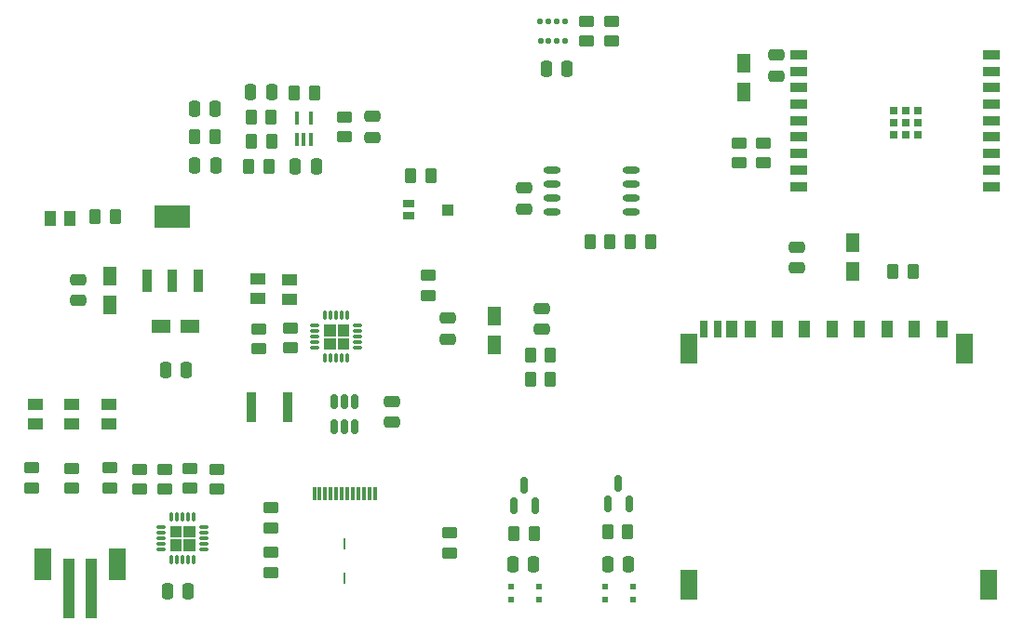
<source format=gbr>
%TF.GenerationSoftware,KiCad,Pcbnew,9.0.4*%
%TF.CreationDate,2025-12-21T22:50:03+05:30*%
%TF.ProjectId,ESP-32 C3 demo project004,4553502d-3332-4204-9333-2064656d6f20,rev?*%
%TF.SameCoordinates,Original*%
%TF.FileFunction,Paste,Top*%
%TF.FilePolarity,Positive*%
%FSLAX46Y46*%
G04 Gerber Fmt 4.6, Leading zero omitted, Abs format (unit mm)*
G04 Created by KiCad (PCBNEW 9.0.4) date 2025-12-21 22:50:03*
%MOMM*%
%LPD*%
G01*
G04 APERTURE LIST*
G04 Aperture macros list*
%AMRoundRect*
0 Rectangle with rounded corners*
0 $1 Rounding radius*
0 $2 $3 $4 $5 $6 $7 $8 $9 X,Y pos of 4 corners*
0 Add a 4 corners polygon primitive as box body*
4,1,4,$2,$3,$4,$5,$6,$7,$8,$9,$2,$3,0*
0 Add four circle primitives for the rounded corners*
1,1,$1+$1,$2,$3*
1,1,$1+$1,$4,$5*
1,1,$1+$1,$6,$7*
1,1,$1+$1,$8,$9*
0 Add four rect primitives between the rounded corners*
20,1,$1+$1,$2,$3,$4,$5,0*
20,1,$1+$1,$4,$5,$6,$7,0*
20,1,$1+$1,$6,$7,$8,$9,0*
20,1,$1+$1,$8,$9,$2,$3,0*%
G04 Aperture macros list end*
%ADD10C,0.010000*%
%ADD11R,0.200000X1.000000*%
%ADD12R,0.300000X1.200000*%
%ADD13RoundRect,0.056250X0.168750X-0.188750X0.168750X0.188750X-0.168750X0.188750X-0.168750X-0.188750X0*%
%ADD14RoundRect,0.250000X0.450000X-0.262500X0.450000X0.262500X-0.450000X0.262500X-0.450000X-0.262500X0*%
%ADD15RoundRect,0.250000X-0.475000X0.250000X-0.475000X-0.250000X0.475000X-0.250000X0.475000X0.250000X0*%
%ADD16R,1.500000X0.900000*%
%ADD17R,0.700000X0.700000*%
%ADD18R,1.230000X1.800000*%
%ADD19RoundRect,0.250000X-0.450000X0.262500X-0.450000X-0.262500X0.450000X-0.262500X0.450000X0.262500X0*%
%ADD20RoundRect,0.250000X-0.262500X-0.450000X0.262500X-0.450000X0.262500X0.450000X-0.262500X0.450000X0*%
%ADD21RoundRect,0.250000X0.262500X0.450000X-0.262500X0.450000X-0.262500X-0.450000X0.262500X-0.450000X0*%
%ADD22RoundRect,0.150000X0.150000X-0.587500X0.150000X0.587500X-0.150000X0.587500X-0.150000X-0.587500X0*%
%ADD23O,1.600000X0.600000*%
%ADD24R,1.400000X1.000000*%
%ADD25RoundRect,0.250000X0.475000X-0.250000X0.475000X0.250000X-0.475000X0.250000X-0.475000X-0.250000X0*%
%ADD26RoundRect,0.100000X0.100000X-0.495000X0.100000X0.495000X-0.100000X0.495000X-0.100000X-0.495000X0*%
%ADD27RoundRect,0.250000X-0.250000X-0.475000X0.250000X-0.475000X0.250000X0.475000X-0.250000X0.475000X0*%
%ADD28R,1.000000X1.400000*%
%ADD29RoundRect,0.065000X0.065000X-0.355000X0.065000X0.355000X-0.065000X0.355000X-0.065000X-0.355000X0*%
%ADD30RoundRect,0.065000X0.355000X-0.065000X0.355000X0.065000X-0.355000X0.065000X-0.355000X-0.065000X0*%
%ADD31RoundRect,0.150000X-0.150000X0.512500X-0.150000X-0.512500X0.150000X-0.512500X0.150000X0.512500X0*%
%ADD32RoundRect,0.250000X0.250000X0.475000X-0.250000X0.475000X-0.250000X-0.475000X0.250000X-0.475000X0*%
%ADD33R,1.000000X5.500000*%
%ADD34R,1.600000X3.000000*%
%ADD35R,0.550000X0.570000*%
%ADD36R,1.800000X1.230000*%
%ADD37R,1.100000X0.800000*%
%ADD38R,1.100000X1.000000*%
%ADD39RoundRect,0.065000X0.355000X0.065000X-0.355000X0.065000X-0.355000X-0.065000X0.355000X-0.065000X0*%
%ADD40RoundRect,0.065000X0.065000X0.355000X-0.065000X0.355000X-0.065000X-0.355000X0.065000X-0.355000X0*%
%ADD41R,0.910000X2.810000*%
%ADD42R,0.950000X2.150000*%
%ADD43R,3.250000X2.150000*%
%ADD44R,1.000000X1.500000*%
%ADD45R,0.700000X1.500000*%
%ADD46R,1.500000X2.800000*%
G04 APERTURE END LIST*
D10*
%TO.C,U4*%
X170812000Y-74438000D02*
X169852000Y-74438000D01*
X169852000Y-73478000D01*
X170812000Y-73478000D01*
X170812000Y-74438000D01*
G36*
X170812000Y-74438000D02*
G01*
X169852000Y-74438000D01*
X169852000Y-73478000D01*
X170812000Y-73478000D01*
X170812000Y-74438000D01*
G37*
X170812000Y-75658000D02*
X169852000Y-75658000D01*
X169852000Y-74698000D01*
X170812000Y-74698000D01*
X170812000Y-75658000D01*
G36*
X170812000Y-75658000D02*
G01*
X169852000Y-75658000D01*
X169852000Y-74698000D01*
X170812000Y-74698000D01*
X170812000Y-75658000D01*
G37*
X172032000Y-74438000D02*
X171072000Y-74438000D01*
X171072000Y-73478000D01*
X172032000Y-73478000D01*
X172032000Y-74438000D01*
G36*
X172032000Y-74438000D02*
G01*
X171072000Y-74438000D01*
X171072000Y-73478000D01*
X172032000Y-73478000D01*
X172032000Y-74438000D01*
G37*
X172032000Y-75658000D02*
X171072000Y-75658000D01*
X171072000Y-74698000D01*
X172032000Y-74698000D01*
X172032000Y-75658000D01*
G36*
X172032000Y-75658000D02*
G01*
X171072000Y-75658000D01*
X171072000Y-74698000D01*
X172032000Y-74698000D01*
X172032000Y-75658000D01*
G37*
%TO.C,U1*%
X156810000Y-94010000D02*
X155850000Y-94010000D01*
X155850000Y-93050000D01*
X156810000Y-93050000D01*
X156810000Y-94010000D01*
G36*
X156810000Y-94010000D02*
G01*
X155850000Y-94010000D01*
X155850000Y-93050000D01*
X156810000Y-93050000D01*
X156810000Y-94010000D01*
G37*
X158030000Y-94010000D02*
X157070000Y-94010000D01*
X157070000Y-93050000D01*
X158030000Y-93050000D01*
X158030000Y-94010000D01*
G36*
X158030000Y-94010000D02*
G01*
X157070000Y-94010000D01*
X157070000Y-93050000D01*
X158030000Y-93050000D01*
X158030000Y-94010000D01*
G37*
X156810000Y-92790000D02*
X155850000Y-92790000D01*
X155850000Y-91830000D01*
X156810000Y-91830000D01*
X156810000Y-92790000D01*
G36*
X156810000Y-92790000D02*
G01*
X155850000Y-92790000D01*
X155850000Y-91830000D01*
X156810000Y-91830000D01*
X156810000Y-92790000D01*
G37*
X158030000Y-92790000D02*
X157070000Y-92790000D01*
X157070000Y-91830000D01*
X158030000Y-91830000D01*
X158030000Y-92790000D01*
G36*
X158030000Y-92790000D02*
G01*
X157070000Y-92790000D01*
X157070000Y-91830000D01*
X158030000Y-91830000D01*
X158030000Y-92790000D01*
G37*
%TD*%
D11*
%TO.C,J1*%
X171704000Y-96562000D03*
X171704000Y-93462000D03*
D12*
X174454000Y-88882000D03*
X173954000Y-88882000D03*
X173454000Y-88882000D03*
X172954000Y-88882000D03*
X172454000Y-88882000D03*
X171954000Y-88882000D03*
X171454000Y-88882000D03*
X170954000Y-88882000D03*
X170454000Y-88882000D03*
X169954000Y-88882000D03*
X169454000Y-88882000D03*
X168954000Y-88882000D03*
%TD*%
D13*
%TO.C,U2*%
X189517000Y-45836000D03*
X190257000Y-45856000D03*
X190987000Y-45856000D03*
X191727000Y-45846000D03*
X191727000Y-47616000D03*
X191007000Y-47626000D03*
X190267000Y-47616000D03*
X189527000Y-47616000D03*
%TD*%
D14*
%TO.C,R20*%
X207595500Y-56914000D03*
X207595500Y-58739000D03*
%TD*%
D15*
%TO.C,C8*%
X210980000Y-50840500D03*
X210980000Y-48940500D03*
%TD*%
D16*
%TO.C,U3*%
X213050000Y-48890500D03*
X213050000Y-50390500D03*
X213050000Y-51890500D03*
X213050000Y-53390500D03*
X213050000Y-54890500D03*
X213050000Y-56390500D03*
X213050000Y-57890500D03*
X213050000Y-59390500D03*
X213050000Y-60890500D03*
X230550000Y-60890500D03*
X230550000Y-59390500D03*
X230550000Y-57890500D03*
X230550000Y-56390500D03*
X230550000Y-54890500D03*
X230550000Y-53390500D03*
X230550000Y-51890500D03*
X230550000Y-50390500D03*
X230550000Y-48890500D03*
D17*
X221660000Y-53990500D03*
X222760000Y-53990500D03*
X223860000Y-53990500D03*
X221660000Y-55090500D03*
X222760000Y-55090500D03*
X223860000Y-55090500D03*
X221660000Y-56190500D03*
X222760000Y-56190500D03*
X223860000Y-56190500D03*
%TD*%
D18*
%TO.C,C7*%
X208060000Y-52310500D03*
X208060000Y-49690500D03*
%TD*%
D19*
%TO.C,R15*%
X209795500Y-58739000D03*
X209795500Y-56914000D03*
%TD*%
%TO.C,R3*%
X164973000Y-94210500D03*
X164973000Y-96035500D03*
%TD*%
D20*
%TO.C,R34*%
X195627500Y-92350000D03*
X197452500Y-92350000D03*
%TD*%
D18*
%TO.C,C4*%
X150400000Y-69100000D03*
X150400000Y-71720000D03*
%TD*%
D14*
%TO.C,R24*%
X193675000Y-47648500D03*
X193675000Y-45823500D03*
%TD*%
D21*
%TO.C,R16*%
X199540500Y-65913000D03*
X197715500Y-65913000D03*
%TD*%
D22*
%TO.C,Q2*%
X187130000Y-89997500D03*
X189030000Y-89997500D03*
X188080000Y-88122500D03*
%TD*%
D21*
%TO.C,R29*%
X165082500Y-56810000D03*
X163257500Y-56810000D03*
%TD*%
D23*
%TO.C,U6*%
X197783000Y-59436000D03*
X197783000Y-60706000D03*
X197783000Y-61976000D03*
X197783000Y-63246000D03*
X190583000Y-63246000D03*
X190583000Y-61976000D03*
X190583000Y-60706000D03*
X190583000Y-59436000D03*
%TD*%
D14*
%TO.C,R14*%
X166770000Y-75593500D03*
X166770000Y-73768500D03*
%TD*%
D24*
%TO.C,LED2*%
X146920000Y-82520000D03*
X146920000Y-80720000D03*
%TD*%
D20*
%TO.C,R12*%
X188607500Y-78465000D03*
X190432500Y-78465000D03*
%TD*%
D24*
%TO.C,LED1*%
X143570000Y-82520000D03*
X143570000Y-80720000D03*
%TD*%
D20*
%TO.C,R23*%
X177717500Y-59930000D03*
X179542500Y-59930000D03*
%TD*%
D18*
%TO.C,C12*%
X217900000Y-68650500D03*
X217900000Y-66030500D03*
%TD*%
D25*
%TO.C,C13*%
X212830000Y-68320500D03*
X212830000Y-66420500D03*
%TD*%
D24*
%TO.C,LED6*%
X163830000Y-71131000D03*
X163830000Y-69331000D03*
%TD*%
D25*
%TO.C,C20*%
X174270000Y-56430000D03*
X174270000Y-54530000D03*
%TD*%
D26*
%TO.C,U7*%
X167340000Y-56580000D03*
X167990000Y-56580000D03*
X168640000Y-56580000D03*
X168640000Y-54660000D03*
X167340000Y-54660000D03*
%TD*%
D24*
%TO.C,LED3*%
X150270000Y-82520000D03*
X150270000Y-80720000D03*
%TD*%
D14*
%TO.C,R2*%
X160100000Y-88462500D03*
X160100000Y-86637500D03*
%TD*%
D27*
%TO.C,C6*%
X155590000Y-97720000D03*
X157490000Y-97720000D03*
%TD*%
D21*
%TO.C,R10*%
X150842500Y-63600000D03*
X149017500Y-63600000D03*
%TD*%
D28*
%TO.C,LED4*%
X146760000Y-63800000D03*
X144960000Y-63800000D03*
%TD*%
D29*
%TO.C,U4*%
X169942000Y-76503000D03*
X170442000Y-76503000D03*
X170942000Y-76503000D03*
X171442000Y-76503000D03*
X171942000Y-76503000D03*
D30*
X172877000Y-75568000D03*
X172877000Y-75068000D03*
X172877000Y-74568000D03*
X172877000Y-74068000D03*
X172877000Y-73568000D03*
D29*
X171942000Y-72633000D03*
X171442000Y-72633000D03*
X170942000Y-72633000D03*
X170442000Y-72633000D03*
X169942000Y-72633000D03*
D30*
X169007000Y-73568000D03*
X169007000Y-74068000D03*
X169007000Y-74568000D03*
X169007000Y-75068000D03*
X169007000Y-75568000D03*
%TD*%
D19*
%TO.C,R4*%
X164973000Y-90146500D03*
X164973000Y-91971500D03*
%TD*%
%TO.C,R32*%
X181240000Y-92467500D03*
X181240000Y-94292500D03*
%TD*%
D31*
%TO.C,U5*%
X172654000Y-80523500D03*
X171704000Y-80523500D03*
X170754000Y-80523500D03*
X170754000Y-82798500D03*
X171704000Y-82798500D03*
X172654000Y-82798500D03*
%TD*%
D25*
%TO.C,C11*%
X189650000Y-73895000D03*
X189650000Y-71995000D03*
%TD*%
D32*
%TO.C,C2*%
X157320000Y-77640000D03*
X155420000Y-77640000D03*
%TD*%
D20*
%TO.C,R13*%
X188607500Y-76285000D03*
X190432500Y-76285000D03*
%TD*%
D24*
%TO.C,LED5*%
X166680000Y-71171000D03*
X166680000Y-69371000D03*
%TD*%
D20*
%TO.C,R27*%
X163017500Y-59060000D03*
X164842500Y-59060000D03*
%TD*%
D33*
%TO.C,J2*%
X146640000Y-97530000D03*
X148640000Y-97530000D03*
D34*
X144240000Y-95280000D03*
X151040000Y-95280000D03*
%TD*%
D14*
%TO.C,R31*%
X171730000Y-56392500D03*
X171730000Y-54567500D03*
%TD*%
D20*
%TO.C,R28*%
X158107500Y-56390000D03*
X159932500Y-56390000D03*
%TD*%
D35*
%TO.C,S1*%
X195382500Y-97340000D03*
X197932500Y-97340000D03*
X195382500Y-98500000D03*
X197932500Y-98500000D03*
%TD*%
D21*
%TO.C,R19*%
X223402500Y-68600500D03*
X221577500Y-68600500D03*
%TD*%
D36*
%TO.C,C3*%
X157610000Y-73640000D03*
X154990000Y-73640000D03*
%TD*%
D35*
%TO.C,S2*%
X186815000Y-97340000D03*
X189365000Y-97340000D03*
X186815000Y-98500000D03*
X189365000Y-98500000D03*
%TD*%
D14*
%TO.C,R8*%
X146890000Y-88392500D03*
X146890000Y-86567500D03*
%TD*%
%TO.C,R9*%
X143290000Y-88322500D03*
X143290000Y-86497500D03*
%TD*%
D37*
%TO.C,Q1*%
X177545000Y-62460000D03*
X177545000Y-63560000D03*
D38*
X181055000Y-63010000D03*
%TD*%
D20*
%TO.C,R30*%
X163217500Y-54560000D03*
X165042500Y-54560000D03*
%TD*%
D15*
%TO.C,C5*%
X147480000Y-69370000D03*
X147480000Y-71270000D03*
%TD*%
D27*
%TO.C,C16*%
X158050000Y-53860000D03*
X159950000Y-53860000D03*
%TD*%
D21*
%TO.C,R33*%
X188942500Y-92530000D03*
X187117500Y-92530000D03*
%TD*%
D32*
%TO.C,C19*%
X165080000Y-52280000D03*
X163180000Y-52280000D03*
%TD*%
D14*
%TO.C,R25*%
X195961000Y-47648500D03*
X195961000Y-45823500D03*
%TD*%
D20*
%TO.C,R26*%
X167147500Y-52410000D03*
X168972500Y-52410000D03*
%TD*%
D39*
%TO.C,U1*%
X158875000Y-93920000D03*
X158875000Y-93420000D03*
X158875000Y-92920000D03*
X158875000Y-92420000D03*
X158875000Y-91920000D03*
D40*
X157940000Y-90985000D03*
X157440000Y-90985000D03*
X156940000Y-90985000D03*
X156440000Y-90985000D03*
X155940000Y-90985000D03*
D39*
X155005000Y-91920000D03*
X155005000Y-92420000D03*
X155005000Y-92920000D03*
X155005000Y-93420000D03*
X155005000Y-93920000D03*
D40*
X155940000Y-94855000D03*
X156440000Y-94855000D03*
X156940000Y-94855000D03*
X157440000Y-94855000D03*
X157940000Y-94855000D03*
%TD*%
D14*
%TO.C,R18*%
X163920000Y-75683500D03*
X163920000Y-73858500D03*
%TD*%
D18*
%TO.C,C9*%
X185340000Y-72705000D03*
X185340000Y-75325000D03*
%TD*%
D19*
%TO.C,R11*%
X179360000Y-68992500D03*
X179360000Y-70817500D03*
%TD*%
D14*
%TO.C,R5*%
X153030000Y-88462500D03*
X153030000Y-86637500D03*
%TD*%
D15*
%TO.C,C10*%
X181110000Y-72885000D03*
X181110000Y-74785000D03*
%TD*%
D41*
%TO.C,F1*%
X166497000Y-81026000D03*
X163257000Y-81026000D03*
%TD*%
D14*
%TO.C,R1*%
X157640000Y-88392500D03*
X157640000Y-86567500D03*
%TD*%
D32*
%TO.C,C22*%
X188910000Y-95320000D03*
X187010000Y-95320000D03*
%TD*%
D15*
%TO.C,C14*%
X187999000Y-61029000D03*
X187999000Y-62929000D03*
%TD*%
D27*
%TO.C,C15*%
X190058000Y-50165000D03*
X191958000Y-50165000D03*
%TD*%
D42*
%TO.C,VR1*%
X153770000Y-69440000D03*
X156070000Y-69440000D03*
X158370000Y-69440000D03*
D43*
X156070000Y-63640000D03*
%TD*%
D32*
%TO.C,C17*%
X159980000Y-59000000D03*
X158080000Y-59000000D03*
%TD*%
D14*
%TO.C,R6*%
X155370000Y-88462500D03*
X155370000Y-86637500D03*
%TD*%
D44*
%TO.C,J3*%
X223545000Y-73890000D03*
X221045000Y-73890000D03*
X218545000Y-73890000D03*
X216045000Y-73890000D03*
X213545000Y-73890000D03*
X211045000Y-73890000D03*
X208620000Y-73890000D03*
X206920000Y-73890000D03*
X226045000Y-73890000D03*
D45*
X205620000Y-73890000D03*
D46*
X203020000Y-75690000D03*
X228120000Y-75690000D03*
X230320000Y-97190000D03*
X203020000Y-97190000D03*
D45*
X204420000Y-73890000D03*
%TD*%
D25*
%TO.C,C1*%
X176022000Y-82357000D03*
X176022000Y-80457000D03*
%TD*%
D32*
%TO.C,C21*%
X197520000Y-95320000D03*
X195620000Y-95320000D03*
%TD*%
D14*
%TO.C,R7*%
X150360000Y-88322500D03*
X150360000Y-86497500D03*
%TD*%
D27*
%TO.C,C18*%
X167240000Y-59090000D03*
X169140000Y-59090000D03*
%TD*%
D22*
%TO.C,Q3*%
X195680000Y-89787500D03*
X197580000Y-89787500D03*
X196630000Y-87912500D03*
%TD*%
D21*
%TO.C,R22*%
X195857500Y-65913000D03*
X194032500Y-65913000D03*
%TD*%
M02*

</source>
